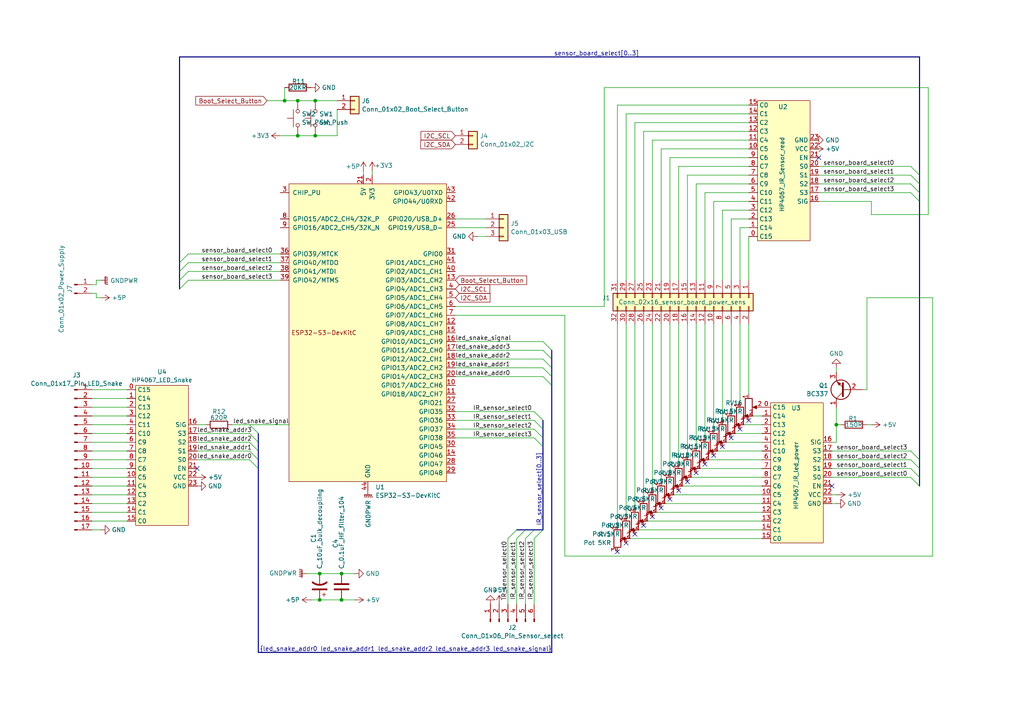
<source format=kicad_sch>
(kicad_sch (version 20231120) (generator "eeschema") (generator_version "8.0")
  (paper "A4")
  (lib_symbols
    (symbol "Connector:Conn_01x02_Pin" (pin_names (offset 1.016) hide)
      (property "Reference" "J" (at 0 2.54 0))
      (property "Value" "Conn_01x02_Pin" (at 0 -5.08 0))
      (symbol "Conn_01x02_Pin_1_1"
        (pin passive line (at 5.08 0 180) (length 3.81) (name "Pin_1") (number "1"))
        (pin passive line (at 5.08 -2.54 180) (length 3.81) (name "Pin_2") (number "2"))
      )
    )
    (symbol "Connector:Conn_01x06_Pin" (pin_names (offset 1.016) hide)
      (property "Reference" "J" (at 0 7.62 0))
      (property "Value" "Conn_01x06_Pin" (at 0 -10.16 0))
      (symbol "Conn_01x06_Pin_1_1"
        (pin passive line (at 5.08 5.08 180) (length 3.81) (name "Pin_1") (number "1"))
        (pin passive line (at 5.08 2.54 180) (length 3.81) (name "Pin_2") (number "2"))
        (pin passive line (at 5.08 0 180) (length 3.81) (name "Pin_3") (number "3"))
        (pin passive line (at 5.08 -2.54 180) (length 3.81) (name "Pin_4") (number "4"))
        (pin passive line (at 5.08 -5.08 180) (length 3.81) (name "Pin_5") (number "5"))
        (pin passive line (at 5.08 -7.62 180) (length 3.81) (name "Pin_6") (number "6"))
      )
    )
    (symbol "Connector:Conn_01x17_Pin" (pin_names (offset 1.016) hide)
      (property "Reference" "J" (at 0 22.86 0))
      (property "Value" "Conn_01x17_Pin" (at 0 -22.86 0))
      (symbol "Conn_01x17_Pin_1_1"
        (pin passive line (at 5.08 20.32 180) (length 3.81) (name "Pin_1") (number "1"))
        (pin passive line (at 5.08 -2.54 180) (length 3.81) (name "Pin_10") (number "10"))
        (pin passive line (at 5.08 -5.08 180) (length 3.81) (name "Pin_11") (number "11"))
        (pin passive line (at 5.08 -7.62 180) (length 3.81) (name "Pin_12") (number "12"))
        (pin passive line (at 5.08 -10.16 180) (length 3.81) (name "Pin_13") (number "13"))
        (pin passive line (at 5.08 -12.7 180) (length 3.81) (name "Pin_14") (number "14"))
        (pin passive line (at 5.08 -15.24 180) (length 3.81) (name "Pin_15") (number "15"))
        (pin passive line (at 5.08 -17.78 180) (length 3.81) (name "Pin_16") (number "16"))
        (pin passive line (at 5.08 -20.32 180) (length 3.81) (name "Pin_17") (number "17"))
        (pin passive line (at 5.08 17.78 180) (length 3.81) (name "Pin_2") (number "2"))
        (pin passive line (at 5.08 15.24 180) (length 3.81) (name "Pin_3") (number "3"))
        (pin passive line (at 5.08 12.7 180) (length 3.81) (name "Pin_4") (number "4"))
        (pin passive line (at 5.08 10.16 180) (length 3.81) (name "Pin_5") (number "5"))
        (pin passive line (at 5.08 7.62 180) (length 3.81) (name "Pin_6") (number "6"))
        (pin passive line (at 5.08 5.08 180) (length 3.81) (name "Pin_7") (number "7"))
        (pin passive line (at 5.08 2.54 180) (length 3.81) (name "Pin_8") (number "8"))
        (pin passive line (at 5.08 0 180) (length 3.81) (name "Pin_9") (number "9"))
      )
    )
    (symbol "Connector_Generic:Conn_01x02" (pin_names (offset 1.016) hide)
      (property "Reference" "J" (at 0 2.54 0))
      (property "Value" "Conn_01x02" (at 0 -5.08 0))
      (symbol "Conn_01x02_1_1"
        (pin passive line (at -5.08 0 0) (length 3.81) (name "Pin_1") (number "1"))
        (pin passive line (at -5.08 -2.54 0) (length 3.81) (name "Pin_2") (number "2"))
      )
    )
    (symbol "Connector_Generic:Conn_01x03" (pin_names (offset 1.016) hide)
      (property "Reference" "J" (at 0 5.08 0))
      (property "Value" "Conn_01x03" (at 0 -5.08 0))
      (symbol "Conn_01x03_1_1"
        (pin passive line (at -5.08 2.54 0) (length 3.81) (name "Pin_1") (number "1"))
        (pin passive line (at -5.08 0 0) (length 3.81) (name "Pin_2") (number "2"))
        (pin passive line (at -5.08 -2.54 0) (length 3.81) (name "Pin_3") (number "3"))
      )
    )
    (symbol "Connector_Generic:Conn_02x16_Odd_Even" (pin_names (offset 1.016) hide)
      (property "Reference" "J" (at 1.27 20.32 0))
      (property "Value" "Conn_02x16_Odd_Even" (at 1.27 -22.86 0))
      (symbol "Conn_02x16_Odd_Even_1_1"
        (pin passive line (at -5.08 17.78 0) (length 3.81) (name "Pin_1") (number "1"))
        (pin passive line (at 7.62 7.62 180) (length 3.81) (name "Pin_10") (number "10"))
        (pin passive line (at -5.08 5.08 0) (length 3.81) (name "Pin_11") (number "11"))
        (pin passive line (at 7.62 5.08 180) (length 3.81) (name "Pin_12") (number "12"))
        (pin passive line (at -5.08 2.54 0) (length 3.81) (name "Pin_13") (number "13"))
        (pin passive line (at 7.62 2.54 180) (length 3.81) (name "Pin_14") (number "14"))
        (pin passive line (at -5.08 0 0) (length 3.81) (name "Pin_15") (number "15"))
        (pin passive line (at 7.62 0 180) (length 3.81) (name "Pin_16") (number "16"))
        (pin passive line (at -5.08 -2.54 0) (length 3.81) (name "Pin_17") (number "17"))
        (pin passive line (at 7.62 -2.54 180) (length 3.81) (name "Pin_18") (number "18"))
        (pin passive line (at -5.08 -5.08 0) (length 3.81) (name "Pin_19") (number "19"))
        (pin passive line (at 7.62 17.78 180) (length 3.81) (name "Pin_2") (number "2"))
        (pin passive line (at 7.62 -5.08 180) (length 3.81) (name "Pin_20") (number "20"))
        (pin passive line (at -5.08 -7.62 0) (length 3.81) (name "Pin_21") (number "21"))
        (pin passive line (at 7.62 -7.62 180) (length 3.81) (name "Pin_22") (number "22"))
        (pin passive line (at -5.08 -10.16 0) (length 3.81) (name "Pin_23") (number "23"))
        (pin passive line (at 7.62 -10.16 180) (length 3.81) (name "Pin_24") (number "24"))
        (pin passive line (at -5.08 -12.7 0) (length 3.81) (name "Pin_25") (number "25"))
        (pin passive line (at 7.62 -12.7 180) (length 3.81) (name "Pin_26") (number "26"))
        (pin passive line (at -5.08 -15.24 0) (length 3.81) (name "Pin_27") (number "27"))
        (pin passive line (at 7.62 -15.24 180) (length 3.81) (name "Pin_28") (number "28"))
        (pin passive line (at -5.08 -17.78 0) (length 3.81) (name "Pin_29") (number "29"))
        (pin passive line (at -5.08 15.24 0) (length 3.81) (name "Pin_3") (number "3"))
        (pin passive line (at 7.62 -17.78 180) (length 3.81) (name "Pin_30") (number "30"))
        (pin passive line (at -5.08 -20.32 0) (length 3.81) (name "Pin_31") (number "31"))
        (pin passive line (at 7.62 -20.32 180) (length 3.81) (name "Pin_32") (number "32"))
        (pin passive line (at 7.62 15.24 180) (length 3.81) (name "Pin_4") (number "4"))
        (pin passive line (at -5.08 12.7 0) (length 3.81) (name "Pin_5") (number "5"))
        (pin passive line (at 7.62 12.7 180) (length 3.81) (name "Pin_6") (number "6"))
        (pin passive line (at -5.08 10.16 0) (length 3.81) (name "Pin_7") (number "7"))
        (pin passive line (at 7.62 10.16 180) (length 3.81) (name "Pin_8") (number "8"))
        (pin passive line (at -5.08 7.62 0) (length 3.81) (name "Pin_9") (number "9"))
      )
    )
    (symbol "Device:C" (pin_numbers hide) (pin_names (offset 0.254))
      (property "Reference" "C" (at 0.635 2.54 0))
      (property "Value" "C" (at 0.635 -2.54 0))
      (symbol "C_1_1"
        (pin passive line (at 0 3.81 270) (length 2.794) (name "~") (number "1"))
        (pin passive line (at 0 -3.81 90) (length 2.794) (name "~") (number "2"))
      )
    )
    (symbol "Device:C_Polarized_US" (pin_numbers hide) (pin_names (offset 0.254) hide)
      (property "Reference" "C" (at 0.635 2.54 0))
      (property "Value" "C_Polarized_US" (at 0.635 -2.54 0))
      (symbol "C_Polarized_US_1_1"
        (pin passive line (at 0 3.81 270) (length 2.794) (name "~") (number "1"))
        (pin passive line (at 0 -3.81 90) (length 3.302) (name "~") (number "2"))
      )
    )
    (symbol "Device:R" (pin_numbers hide) (pin_names (offset 0))
      (property "Reference" "R" (at 2.032 0 90))
      (property "Value" "R" (at 0 0 90))
      (symbol "R_1_1"
        (pin passive line (at 0 3.81 270) (length 1.27) (name "~") (number "1"))
        (pin passive line (at 0 -3.81 90) (length 1.27) (name "~") (number "2"))
      )
    )
    (symbol "Device:R_Potentiometer" (pin_names (offset 1.016) hide)
      (property "Reference" "RV" (at -4.445 0 90))
      (property "Value" "R_Potentiometer" (at -2.54 0 90))
      (symbol "R_Potentiometer_1_1"
        (pin passive line (at 0 3.81 270) (length 1.27) (name "1") (number "1"))
        (pin passive line (at 3.81 0 180) (length 1.27) (name "2") (number "2"))
        (pin passive line (at 0 -3.81 90) (length 1.27) (name "3") (number "3"))
      )
    )
    (symbol "PCM_Espressif:ESP32-S3-DevKitC" (pin_names (offset 1.016))
      (property "Reference" "U" (at -22.86 48.26 0))
      (property "Value" "ESP32-S3-DevKitC" (at -22.86 45.72 0))
      (symbol "ESP32-S3-DevKitC_0_0"
        (text "ESP32-S3-DevKitC" (at -12.7 0 0) (effects (font (size 1.27 1.27))))
        (pin bidirectional line (at 25.4 -35.56 180) (length 2.54) (name "GPIO46") (number "14"))
        (pin bidirectional line (at 25.4 -10.16 180) (length 2.54) (name "GPIO13/ADC2_CH2") (number "19"))
        (pin bidirectional line (at -25.4 15.24 0) (length 2.54) (name "GPIO42/MTMS") (number "39"))
        (pin bidirectional line (at 25.4 17.78 180) (length 2.54) (name "GPIO2/ADC1_CH1") (number "40"))
        (pin bidirectional line (at 25.4 20.32 180) (length 2.54) (name "GPIO1/ADC1_CH0") (number "41"))
        (pin bidirectional line (at 25.4 38.1 180) (length 2.54) (name "GPIO44/U0RXD") (number "42"))
        (pin bidirectional line (at 25.4 40.64 180) (length 2.54) (name "GPIO43/U0TXD") (number "43"))
        (pin power_in line (at 0 -45.72 90) (length 2.54) (name "GND") (number "44"))
      )
      (symbol "ESP32-S3-DevKitC_0_1"
        (pin power_in line (at 1.27 45.72 270) (length 2.54) (name "3V3") (number "2"))
      )
      (symbol "ESP32-S3-DevKitC_1_1"
        (pin passive line (at 1.27 45.72 270) (length 2.54) hide (name "3V3") (number "1"))
        (pin bidirectional line (at 25.4 -15.24 180) (length 2.54) (name "GPIO17/ADC2_CH6") (number "10"))
        (pin bidirectional line (at 25.4 -17.78 180) (length 2.54) (name "GPIO18/ADC2_CH7") (number "11"))
        (pin bidirectional line (at 25.4 2.54 180) (length 2.54) (name "GPIO8/ADC1_CH7") (number "12"))
        (pin bidirectional line (at 25.4 15.24 180) (length 2.54) (name "GPIO3/ADC1_CH2") (number "13"))
        (pin bidirectional line (at 25.4 0 180) (length 2.54) (name "GPIO9/ADC1_CH8") (number "15"))
        (pin bidirectional line (at 25.4 -2.54 180) (length 2.54) (name "GPIO10/ADC1_CH9") (number "16"))
        (pin bidirectional line (at 25.4 -5.08 180) (length 2.54) (name "GPIO11/ADC2_CH0") (number "17"))
        (pin bidirectional line (at 25.4 -7.62 180) (length 2.54) (name "GPIO12/ADC2_CH1") (number "18"))
        (pin bidirectional line (at 25.4 -12.7 180) (length 2.54) (name "GPIO14/ADC2_CH3") (number "20"))
        (pin power_in line (at -1.27 45.72 270) (length 2.54) (name "5V") (number "21"))
        (pin passive line (at 0 -45.72 90) (length 2.54) hide (name "GND") (number "22"))
        (pin passive line (at 0 -45.72 90) (length 2.54) hide (name "GND") (number "23"))
        (pin passive line (at 0 -45.72 90) (length 2.54) hide (name "GND") (number "24"))
        (pin bidirectional line (at 25.4 30.48 180) (length 2.54) (name "GPIO19/USB_D-") (number "25"))
        (pin bidirectional line (at 25.4 33.02 180) (length 2.54) (name "GPIO20/USB_D+") (number "26"))
        (pin bidirectional line (at 25.4 -20.32 180) (length 2.54) (name "GPIO21") (number "27"))
        (pin bidirectional line (at 25.4 -38.1 180) (length 2.54) (name "GPIO47") (number "28"))
        (pin bidirectional line (at 25.4 -40.64 180) (length 2.54) (name "GPIO48") (number "29"))
        (pin input line (at -25.4 40.64 0) (length 2.54) (name "CHIP_PU") (number "3"))
        (pin bidirectional line (at 25.4 -33.02 180) (length 2.54) (name "GPIO45") (number "30"))
        (pin bidirectional line (at 25.4 22.86 180) (length 2.54) (name "GPIO0") (number "31"))
        (pin bidirectional line (at 25.4 -22.86 180) (length 2.54) (name "GPIO35") (number "32"))
        (pin bidirectional line (at 25.4 -25.4 180) (length 2.54) (name "GPIO36") (number "33"))
        (pin bidirectional line (at 25.4 -27.94 180) (length 2.54) (name "GPIO37") (number "34"))
        (pin bidirectional line (at 25.4 -30.48 180) (length 2.54) (name "GPIO38") (number "35"))
        (pin bidirectional line (at -25.4 22.86 0) (length 2.54) (name "GPIO39/MTCK") (number "36"))
        (pin bidirectional line (at -25.4 20.32 0) (length 2.54) (name "GPIO40/MTDO") (number "37"))
        (pin bidirectional line (at -25.4 17.78 0) (length 2.54) (name "GPIO41/MTDI") (number "38"))
        (pin bidirectional line (at 25.4 12.7 180) (length 2.54) (name "GPIO4/ADC1_CH3") (number "4"))
        (pin bidirectional line (at 25.4 10.16 180) (length 2.54) (name "GPIO5/ADC1_CH4") (number "5"))
        (pin bidirectional line (at 25.4 7.62 180) (length 2.54) (name "GPIO6/ADC1_CH5") (number "6"))
        (pin bidirectional line (at 25.4 5.08 180) (length 2.54) (name "GPIO7/ADC1_CH6") (number "7"))
        (pin bidirectional line (at -25.4 33.02 0) (length 2.54) (name "GPIO15/ADC2_CH4/32K_P") (number "8"))
        (pin bidirectional line (at -25.4 30.48 0) (length 2.54) (name "GPIO16/ADC2_CH5/32K_N") (number "9"))
      )
    )
    (symbol "Switch:SW_Push" (pin_numbers hide) (pin_names (offset 1.016) hide)
      (property "Reference" "SW" (at 1.27 2.54 0))
      (property "Value" "SW_Push" (at 0 -1.524 0))
      (symbol "SW_Push_0_1"
        (pin passive line (at -5.08 0 0) (length 2.54) (name "1") (number "1"))
        (pin passive line (at 5.08 0 180) (length 2.54) (name "2") (number "2"))
      )
    )
    (symbol "Transistor_BJT:BC337" (pin_names (offset 0) hide)
      (property "Reference" "Q" (at 5.08 1.905 0))
      (property "Value" "BC337" (at 5.08 0 0))
      (symbol "BC337_1_1"
        (pin passive line (at 2.54 5.08 270) (length 2.54) (name "C") (number "1"))
        (pin input line (at -5.08 0 0) (length 5.08) (name "B") (number "2"))
        (pin passive line (at 2.54 -5.08 90) (length 2.54) (name "E") (number "3"))
      )
    )
    (symbol "power:+3V3" (power) (pin_numbers hide) (pin_names (offset 0) hide)
      (property "Value" "+3V3" (at 0 3.556 0))
      (symbol "+3V3_1_1"
        (pin power_in line (at 0 0 90) (length 0) (name "~") (number "1"))
      )
    )
    (symbol "power:+5P" (power) (pin_numbers hide) (pin_names (offset 0) hide)
      (property "Value" "+5P" (at 0 3.556 0))
      (symbol "+5P_1_1"
        (pin power_in line (at 0 0 90) (length 0) (name "~") (number "1"))
      )
    )
    (symbol "power:+5V" (power) (pin_numbers hide) (pin_names (offset 0) hide)
      (property "Value" "+5V" (at 0 3.556 0))
      (symbol "+5V_1_1"
        (pin power_in line (at 0 0 90) (length 0) (name "~") (number "1"))
      )
    )
    (symbol "power:GND" (power) (pin_numbers hide) (pin_names (offset 0) hide)
      (property "Value" "GND" (at 0 -3.81 0))
      (symbol "GND_1_1"
        (pin power_in line (at 0 0 270) (length 0) (name "~") (number "1"))
      )
    )
    (symbol "power:GNDPWR" (power) (pin_numbers hide) (pin_names (offset 0) hide)
      (property "Value" "GNDPWR" (at 0 -3.302 0))
      (symbol "GNDPWR_1_1"
        (pin power_in line (at 0 0 270) (length 0) (name "~") (number "1"))
      )
    )
    (symbol "sequencer_library:HP4067_16_ch_analog_mutiplexer_devboard"
      (property "Reference" "U" (at 0 2.54 0))
      (property "Value" "HP4067_16_ch_analog_mutiplexer_devboard" (at 10.16 -19.05 90))
      (symbol "HP4067_16_ch_analog_mutiplexer_devboard_1_0"
        (pin bidirectional line (at 0 0 0) (length 2.54) (name "C15") (number "0"))
        (pin bidirectional line (at 0 -2.54 0) (length 2.54) (name "C14") (number "1"))
        (pin bidirectional line (at 0 -25.4 0) (length 2.54) (name "C5") (number "10"))
        (pin bidirectional line (at 0 -27.94 0) (length 2.54) (name "C4") (number "11"))
        (pin bidirectional line (at 0 -30.48 0) (length 2.54) (name "C3") (number "12"))
        (pin bidirectional line (at 0 -33.02 0) (length 2.54) (name "C2") (number "13"))
        (pin bidirectional line (at 0 -35.56 0) (length 2.54) (name "C1") (number "14"))
        (pin bidirectional line (at 0 -38.1 0) (length 2.54) (name "C0") (number "15"))
        (pin bidirectional line (at 20.32 -10.16 180) (length 2.54) (name "SIG") (number "16"))
        (pin input line (at 20.32 -12.7 180) (length 2.54) (name "S3") (number "17"))
        (pin input line (at 20.32 -15.24 180) (length 2.54) (name "S2") (number "18"))
        (pin input line (at 20.32 -17.78 180) (length 2.54) (name "S1") (number "19"))
        (pin bidirectional line (at 0 -5.08 0) (length 2.54) (name "C13") (number "2"))
        (pin input line (at 20.32 -20.32 180) (length 2.54) (name "S0") (number "20"))
        (pin input line (at 20.32 -22.86 180) (length 2.54) (name "EN") (number "21"))
        (pin power_in line (at 20.32 -25.4 180) (length 2.54) (name "VCC") (number "22"))
        (pin passive line (at 20.32 -27.94 180) (length 2.54) (name "GND") (number "23"))
        (pin bidirectional line (at 0 -7.62 0) (length 2.54) (name "C12") (number "3"))
        (pin bidirectional line (at 0 -10.16 0) (length 2.54) (name "C11") (number "4"))
        (pin bidirectional line (at 0 -12.7 0) (length 2.54) (name "C10") (number "5"))
        (pin bidirectional line (at 0 -15.24 0) (length 2.54) (name "C9") (number "6"))
        (pin bidirectional line (at 0 -17.78 0) (length 2.54) (name "C8") (number "7"))
        (pin bidirectional line (at 0 -20.32 0) (length 2.54) (name "C7") (number "8"))
        (pin bidirectional line (at 0 -22.86 0) (length 2.54) (name "C6") (number "9"))
      )
    )
  )
  (junction (at 242.57 123.19))
  (junction (at 91.44 29.21))
  (junction (at 92.71 173.99))
  (junction (at 82.55 29.21))
  (junction (at 86.36 39.37))
  (junction (at 91.44 39.37))
  (junction (at 99.06 173.99))
  (junction (at 99.06 166.37))
  (junction (at 86.36 29.21))
  (junction (at 92.71 166.37))
  (no_connect (at 189.23 149.86))
  (no_connect (at 57.15 135.89))
  (no_connect (at 241.3 140.97))
  (no_connect (at 179.07 160.02))
  (no_connect (at 191.77 147.32))
  (no_connect (at 237.49 45.72))
  (no_connect (at 181.61 157.48))
  (no_connect (at 209.55 129.54))
  (no_connect (at 196.85 142.24))
  (no_connect (at 204.47 134.62))
  (no_connect (at 217.17 121.92))
  (no_connect (at 184.15 154.94))
  (no_connect (at 194.31 144.78))
  (no_connect (at 207.01 132.08))
  (no_connect (at 214.63 124.46))
  (no_connect (at 201.93 137.16))
  (no_connect (at 186.69 152.4))
  (no_connect (at 212.09 127))
  (no_connect (at 199.39 139.7))
  (bus_entry (at 157.48 121.92) (size -2.54 -2.54))
  (bus_entry (at 266.7 58.42) (size -2.54 -2.54))
  (bus_entry (at 157.48 129.54) (size -2.54 -2.54))
  (bus_entry (at 266.7 53.34) (size -2.54 -2.54))
  (bus_entry (at 266.7 138.43) (size -2.54 -2.54))
  (bus_entry (at 266.7 135.89) (size -2.54 -2.54))
  (bus_entry (at 266.7 50.8) (size -2.54 -2.54))
  (bus_entry (at 266.7 55.88) (size -2.54 -2.54))
  (bus_entry (at 266.7 140.97) (size -2.54 -2.54))
  (bus_entry (at 52.07 83.82) (size 2.54 -2.54))
  (bus_entry (at 160.02 106.68) (size -2.54 -2.54))
  (bus_entry (at 52.07 76.2) (size 2.54 -2.54))
  (bus_entry (at 157.48 124.46) (size -2.54 -2.54))
  (bus_entry (at 149.86 153.67) (size -2.54 2.54))
  (bus_entry (at 157.48 153.67) (size -2.54 2.54))
  (bus_entry (at 74.93 130.81) (size -2.54 -2.54))
  (bus_entry (at 160.02 101.6) (size -2.54 -2.54))
  (bus_entry (at 157.48 127) (size -2.54 -2.54))
  (bus_entry (at 160.02 111.76) (size -2.54 -2.54))
  (bus_entry (at 160.02 109.22) (size -2.54 -2.54))
  (bus_entry (at 52.07 78.74) (size 2.54 -2.54))
  (bus_entry (at 74.93 135.89) (size -2.54 -2.54))
  (bus_entry (at 52.07 81.28) (size 2.54 -2.54))
  (bus_entry (at 154.94 153.67) (size -2.54 2.54))
  (bus_entry (at 74.93 133.35) (size -2.54 -2.54))
  (bus_entry (at 74.93 125.73) (size -2.54 -2.54))
  (bus_entry (at 160.02 104.14) (size -2.54 -2.54))
  (bus_entry (at 266.7 133.35) (size -2.54 -2.54))
  (bus_entry (at 152.4 153.67) (size -2.54 2.54))
  (bus_entry (at 74.93 128.27) (size -2.54 -2.54))
  (wire (pts (xy 27.94 86.36) (xy 29.21 86.36)))
  (wire (pts (xy 201.93 93.98) (xy 201.93 129.54)))
  (wire (pts (xy 132.08 63.5) (xy 140.97 63.5)))
  (wire (pts (xy 252.73 62.23) (xy 252.73 58.42)))
  (wire (pts (xy 179.07 30.48) (xy 179.07 81.28)))
  (wire (pts (xy 26.67 135.89) (xy 36.83 135.89)))
  (wire (pts (xy 209.55 60.96) (xy 217.17 60.96)))
  (wire (pts (xy 210.82 128.27) (xy 220.98 128.27)))
  (bus (pts (xy 157.48 127) (xy 157.48 124.46)))
  (wire (pts (xy 99.06 173.99) (xy 102.87 173.99)))
  (bus (pts (xy 266.7 16.51) (xy 266.7 50.8)))
  (wire (pts (xy 132.08 104.14) (xy 157.48 104.14)))
  (wire (pts (xy 269.24 62.23) (xy 252.73 62.23)))
  (wire (pts (xy 200.66 138.43) (xy 220.98 138.43)))
  (wire (pts (xy 179.07 93.98) (xy 179.07 152.4)))
  (wire (pts (xy 207.01 58.42) (xy 217.17 58.42)))
  (bus (pts (xy 52.07 81.28) (xy 52.07 78.74)))
  (wire (pts (xy 236.22 43.18) (xy 237.49 43.18)))
  (wire (pts (xy 204.47 93.98) (xy 204.47 127)))
  (wire (pts (xy 26.67 125.73) (xy 36.83 125.73)))
  (bus (pts (xy 152.4 153.67) (xy 154.94 153.67)))
  (wire (pts (xy 217.17 48.26) (xy 196.85 48.26)))
  (bus (pts (xy 157.48 129.54) (xy 157.48 127)))
  (wire (pts (xy 86.36 39.37) (xy 91.44 39.37)))
  (wire (pts (xy 190.5 148.59) (xy 220.98 148.59)))
  (wire (pts (xy 220.98 156.21) (xy 182.88 156.21)))
  (wire (pts (xy 57.15 125.73) (xy 72.39 125.73)))
  (wire (pts (xy 91.44 29.21) (xy 97.79 29.21)))
  (bus (pts (xy 266.7 55.88) (xy 266.7 58.42)))
  (wire (pts (xy 26.67 115.57) (xy 36.83 115.57)))
  (wire (pts (xy 269.24 25.4) (xy 269.24 62.23)))
  (wire (pts (xy 163.83 91.44) (xy 163.83 161.29)))
  (wire (pts (xy 184.15 35.56) (xy 184.15 81.28)))
  (wire (pts (xy 194.31 45.72) (xy 194.31 81.28)))
  (wire (pts (xy 191.77 43.18) (xy 191.77 81.28)))
  (wire (pts (xy 195.58 143.51) (xy 220.98 143.51)))
  (bus (pts (xy 160.02 111.76) (xy 160.02 109.22)))
  (bus (pts (xy 52.07 83.82) (xy 52.07 81.28)))
  (wire (pts (xy 26.67 140.97) (xy 36.83 140.97)))
  (wire (pts (xy 90.17 173.99) (xy 92.71 173.99)))
  (wire (pts (xy 241.3 146.05) (xy 242.57 146.05)))
  (wire (pts (xy 241.3 135.89) (xy 264.16 135.89)))
  (wire (pts (xy 251.46 123.19) (xy 252.73 123.19)))
  (wire (pts (xy 132.08 88.9) (xy 175.26 88.9)))
  (wire (pts (xy 217.17 114.3) (xy 217.17 93.98)))
  (wire (pts (xy 214.63 66.04) (xy 214.63 81.28)))
  (wire (pts (xy 217.17 30.48) (xy 179.07 30.48)))
  (bus (pts (xy 266.7 138.43) (xy 266.7 140.97)))
  (bus (pts (xy 157.48 129.54) (xy 157.48 153.67)))
  (wire (pts (xy 26.67 133.35) (xy 36.83 133.35)))
  (wire (pts (xy 105.41 49.53) (xy 105.41 50.8)))
  (wire (pts (xy 82.55 29.21) (xy 86.36 29.21)))
  (wire (pts (xy 26.67 130.81) (xy 36.83 130.81)))
  (wire (pts (xy 92.71 166.37) (xy 99.06 166.37)))
  (wire (pts (xy 199.39 93.98) (xy 199.39 132.08)))
  (wire (pts (xy 201.93 53.34) (xy 201.93 81.28)))
  (wire (pts (xy 57.15 133.35) (xy 72.39 133.35)))
  (wire (pts (xy 185.42 153.67) (xy 220.98 153.67)))
  (wire (pts (xy 217.17 45.72) (xy 194.31 45.72)))
  (wire (pts (xy 203.2 135.89) (xy 220.98 135.89)))
  (wire (pts (xy 217.17 68.58) (xy 217.17 81.28)))
  (wire (pts (xy 181.61 33.02) (xy 181.61 81.28)))
  (wire (pts (xy 175.26 88.9) (xy 175.26 25.4)))
  (wire (pts (xy 241.3 130.81) (xy 264.16 130.81)))
  (wire (pts (xy 54.61 81.28) (xy 81.28 81.28)))
  (bus (pts (xy 160.02 111.76) (xy 160.02 189.23)))
  (wire (pts (xy 217.17 33.02) (xy 181.61 33.02)))
  (bus (pts (xy 160.02 104.14) (xy 160.02 101.6)))
  (wire (pts (xy 207.01 58.42) (xy 207.01 81.28)))
  (wire (pts (xy 97.79 31.75) (xy 97.79 39.37)))
  (wire (pts (xy 194.31 93.98) (xy 194.31 137.16)))
  (wire (pts (xy 209.55 93.98) (xy 209.55 121.92)))
  (wire (pts (xy 270.51 86.36) (xy 251.46 86.36)))
  (wire (pts (xy 187.96 151.13) (xy 220.98 151.13)))
  (wire (pts (xy 217.17 50.8) (xy 199.39 50.8)))
  (wire (pts (xy 270.51 86.36) (xy 270.51 161.29)))
  (wire (pts (xy 201.93 53.34) (xy 217.17 53.34)))
  (bus (pts (xy 157.48 121.92) (xy 157.48 124.46)))
  (wire (pts (xy 83.82 123.19) (xy 72.39 123.19)))
  (wire (pts (xy 92.71 173.99) (xy 99.06 173.99)))
  (bus (pts (xy 52.07 16.51) (xy 266.7 16.51)))
  (wire (pts (xy 27.94 85.09) (xy 26.67 85.09)))
  (wire (pts (xy 152.4 156.21) (xy 152.4 175.26)))
  (wire (pts (xy 189.23 40.64) (xy 189.23 81.28)))
  (wire (pts (xy 132.08 121.92) (xy 154.94 121.92)))
  (wire (pts (xy 243.84 123.19) (xy 242.57 123.19)))
  (wire (pts (xy 204.47 55.88) (xy 217.17 55.88)))
  (bus (pts (xy 74.93 125.73) (xy 74.93 128.27)))
  (bus (pts (xy 160.02 106.68) (xy 160.02 104.14)))
  (bus (pts (xy 266.7 133.35) (xy 266.7 135.89)))
  (wire (pts (xy 217.17 63.5) (xy 212.09 63.5)))
  (wire (pts (xy 242.57 123.19) (xy 242.57 128.27)))
  (wire (pts (xy 132.08 124.46) (xy 154.94 124.46)))
  (wire (pts (xy 26.67 151.13) (xy 36.83 151.13)))
  (wire (pts (xy 26.67 143.51) (xy 36.83 143.51)))
  (wire (pts (xy 242.57 118.11) (xy 242.57 123.19)))
  (wire (pts (xy 26.67 128.27) (xy 36.83 128.27)))
  (bus (pts (xy 52.07 76.2) (xy 52.07 16.51)))
  (wire (pts (xy 132.08 66.04) (xy 140.97 66.04)))
  (wire (pts (xy 154.94 156.21) (xy 154.94 175.26)))
  (wire (pts (xy 57.15 128.27) (xy 72.39 128.27)))
  (wire (pts (xy 237.49 50.8) (xy 264.16 50.8)))
  (wire (pts (xy 252.73 58.42) (xy 237.49 58.42)))
  (wire (pts (xy 26.67 120.65) (xy 36.83 120.65)))
  (bus (pts (xy 74.93 135.89) (xy 74.93 189.23)))
  (bus (pts (xy 266.7 50.8) (xy 266.7 53.34)))
  (wire (pts (xy 204.47 55.88) (xy 204.47 81.28)))
  (wire (pts (xy 132.08 127) (xy 154.94 127)))
  (wire (pts (xy 27.94 81.28) (xy 27.94 82.55)))
  (wire (pts (xy 132.08 106.68) (xy 157.48 106.68)))
  (wire (pts (xy 213.36 125.73) (xy 220.98 125.73)))
  (wire (pts (xy 54.61 78.74) (xy 81.28 78.74)))
  (wire (pts (xy 132.08 91.44) (xy 163.83 91.44)))
  (bus (pts (xy 74.93 128.27) (xy 74.93 130.81)))
  (wire (pts (xy 88.9 166.37) (xy 92.71 166.37)))
  (wire (pts (xy 237.49 55.88) (xy 264.16 55.88)))
  (wire (pts (xy 189.23 93.98) (xy 189.23 142.24)))
  (wire (pts (xy 82.55 25.4) (xy 82.55 29.21)))
  (wire (pts (xy 54.61 76.2) (xy 81.28 76.2)))
  (wire (pts (xy 242.57 128.27) (xy 241.3 128.27)))
  (wire (pts (xy 199.39 50.8) (xy 199.39 81.28)))
  (bus (pts (xy 266.7 53.34) (xy 266.7 55.88)))
  (wire (pts (xy 198.12 140.97) (xy 220.98 140.97)))
  (wire (pts (xy 149.86 156.21) (xy 149.86 175.26)))
  (wire (pts (xy 218.44 120.65) (xy 220.98 120.65)))
  (wire (pts (xy 175.26 25.4) (xy 269.24 25.4)))
  (wire (pts (xy 217.17 38.1) (xy 186.69 38.1)))
  (wire (pts (xy 147.32 156.21) (xy 147.32 175.26)))
  (wire (pts (xy 77.47 29.21) (xy 82.55 29.21)))
  (wire (pts (xy 57.15 123.19) (xy 59.69 123.19)))
  (bus (pts (xy 160.02 106.68) (xy 160.02 109.22)))
  (wire (pts (xy 217.17 35.56) (xy 184.15 35.56)))
  (bus (pts (xy 266.7 135.89) (xy 266.7 138.43)))
  (wire (pts (xy 107.95 49.53) (xy 107.95 50.8)))
  (wire (pts (xy 196.85 93.98) (xy 196.85 134.62)))
  (wire (pts (xy 26.67 148.59) (xy 36.83 148.59)))
  (wire (pts (xy 138.43 68.58) (xy 140.97 68.58)))
  (bus (pts (xy 74.93 133.35) (xy 74.93 135.89)))
  (bus (pts (xy 154.94 153.67) (xy 157.48 153.67)))
  (bus (pts (xy 52.07 78.74) (xy 52.07 76.2)))
  (wire (pts (xy 215.9 123.19) (xy 220.98 123.19)))
  (wire (pts (xy 208.28 130.81) (xy 220.98 130.81)))
  (wire (pts (xy 191.77 93.98) (xy 191.77 139.7)))
  (wire (pts (xy 217.17 66.04) (xy 214.63 66.04)))
  (wire (pts (xy 186.69 93.98) (xy 186.69 144.78)))
  (wire (pts (xy 242.57 106.68) (xy 242.57 107.95)))
  (wire (pts (xy 26.67 123.19) (xy 36.83 123.19)))
  (wire (pts (xy 132.08 109.22) (xy 157.48 109.22)))
  (wire (pts (xy 212.09 63.5) (xy 212.09 81.28)))
  (wire (pts (xy 26.67 153.67) (xy 29.21 153.67)))
  (wire (pts (xy 99.06 166.37) (xy 102.87 166.37)))
  (wire (pts (xy 67.31 123.19) (xy 72.39 123.19)))
  (wire (pts (xy 132.08 101.6) (xy 157.48 101.6)))
  (bus (pts (xy 74.93 189.23) (xy 160.02 189.23)))
  (wire (pts (xy 86.36 39.37) (xy 81.28 39.37)))
  (wire (pts (xy 217.17 43.18) (xy 191.77 43.18)))
  (wire (pts (xy 251.46 113.03) (xy 250.19 113.03)))
  (wire (pts (xy 91.44 39.37) (xy 97.79 39.37)))
  (wire (pts (xy 163.83 161.29) (xy 270.51 161.29)))
  (wire (pts (xy 196.85 48.26) (xy 196.85 81.28)))
  (wire (pts (xy 132.08 99.06) (xy 157.48 99.06)))
  (wire (pts (xy 217.17 40.64) (xy 189.23 40.64)))
  (wire (pts (xy 54.61 73.66) (xy 81.28 73.66)))
  (wire (pts (xy 27.94 81.28) (xy 29.21 81.28)))
  (wire (pts (xy 181.61 93.98) (xy 181.61 149.86)))
  (wire (pts (xy 205.74 133.35) (xy 220.98 133.35)))
  (wire (pts (xy 26.67 138.43) (xy 36.83 138.43)))
  (bus (pts (xy 266.7 58.42) (xy 266.7 133.35)))
  (wire (pts (xy 241.3 133.35) (xy 264.16 133.35)))
  (wire (pts (xy 212.09 93.98) (xy 212.09 119.38)))
  (wire (pts (xy 27.94 82.55) (xy 26.67 82.55)))
  (wire (pts (xy 242.57 143.51) (xy 241.3 143.51)))
  (wire (pts (xy 27.94 86.36) (xy 27.94 85.09)))
  (wire (pts (xy 57.15 130.81) (xy 72.39 130.81)))
  (bus (pts (xy 74.93 130.81) (xy 74.93 133.35)))
  (wire (pts (xy 26.67 113.03) (xy 36.83 113.03)))
  (wire (pts (xy 26.67 146.05) (xy 36.83 146.05)))
  (wire (pts (xy 186.69 38.1) (xy 186.69 81.28)))
  (wire (pts (xy 26.67 118.11) (xy 36.83 118.11)))
  (wire (pts (xy 214.63 93.98) (xy 214.63 116.84)))
  (wire (pts (xy 237.49 53.34) (xy 264.16 53.34)))
  (wire (pts (xy 241.3 138.43) (xy 264.16 138.43)))
  (wire (pts (xy 193.04 146.05) (xy 220.98 146.05)))
  (wire (pts (xy 237.49 48.26) (xy 264.16 48.26)))
  (wire (pts (xy 251.46 86.36) (xy 251.46 113.03)))
  (wire (pts (xy 86.36 29.21) (xy 91.44 29.21)))
  (wire (pts (xy 207.01 93.98) (xy 207.01 124.46)))
  (wire (pts (xy 132.08 119.38) (xy 154.94 119.38)))
  (wire (pts (xy 184.15 93.98) (xy 184.15 147.32)))
  (wire (pts (xy 209.55 60.96) (xy 209.55 81.28)))
  (wire (pts (xy 236.22 40.64) (xy 237.49 40.64)))
  (bus (pts (xy 149.86 153.67) (xy 152.4 153.67)))
  (label "IR_sensor_select2" (at 137.16 124.46 0))
  (label "IR_sensor_select3" (at 154.94 173.99 90))
  (label "IR_sensor_select0" (at 137.16 119.38 0))
  (label "led_snake_addr0" (at 132.08 109.22 0))
  (label "sensor_board_select2" (at 242.57 133.35 0))
  (label "sensor_board_select0" (at 242.57 138.43 0))
  (label "IR_sensor_select1" (at 137.16 121.92 0))
  (label "IR_sensor_select[0..3]" (at 157.48 152.4 90))
  (label "led_snake_addr2" (at 132.08 104.14 0))
  (label "sensor_board_select3" (at 242.57 130.81 0))
  (label "IR_sensor_select2" (at 152.4 173.99 90))
  (label "led_snake_signal" (at 132.08 99.06 0))
  (label "sensor_board_select3" (at 238.76 55.88 0))
  (label "led_snake_addr0" (at 57.15 133.35 0))
  (label "{led_snake_addr0 led_snake_addr1 led_snake_addr2 led_snake_addr3 led_snake_signal}" (at 160.02 189.23 180))
  (label "IR_sensor_select0" (at 147.32 173.99 90))
  (label "sensor_board_select[0..3]" (at 185.42 16.51 180))
  (label "sensor_board_select2" (at 58.42 78.74 0))
  (label "sensor_board_select1" (at 238.76 50.8 0))
  (label "led_snake_addr3" (at 132.08 101.6 0))
  (label "IR_sensor_select3" (at 137.16 127 0))
  (label "sensor_board_select3" (at 58.42 81.28 0))
  (label "led_snake_addr2" (at 57.15 128.27 0))
  (label "sensor_board_select0" (at 238.76 48.26 0))
  (label "led_snake_addr1" (at 132.08 106.68 0))
  (label "led_snake_addr1" (at 57.15 130.81 0))
  (label "sensor_board_select2" (at 238.76 53.34 0))
  (label "IR_sensor_select1" (at 149.86 173.99 90))
  (label "sensor_board_select1" (at 58.42 76.2 0))
  (label "led_snake_signal" (at 83.82 123.19 180))
  (label "sensor_board_select1" (at 242.57 135.89 0))
  (label "led_snake_addr3" (at 57.15 125.73 0))
  (label "sensor_board_select0" (at 58.42 73.66 0))
  (global_label "I2C_SDA" (shape input) (at 132.08 86.36 0) (property "Intersheetrefs" "${INTERSHEET_REFS}" (effects (hide yes))))
  (global_label "I2C_SCL" (shape input) (at 132.08 39.37 180) (property "Intersheetrefs" "${INTERSHEET_REFS}" (effects (hide yes))))
  (global_label "I2C_SDA" (shape input) (at 132.08 41.91 180) (property "Intersheetrefs" "${INTERSHEET_REFS}" (effects (hide yes))))
  (global_label "I2C_SCL" (shape input) (at 132.08 83.82 0) (property "Intersheetrefs" "${INTERSHEET_REFS}" (effects (hide yes))))
  (global_label "Boot_Select_Button" (shape input) (at 132.08 81.28 0) (property "Intersheetrefs" "${INTERSHEET_REFS}" (effects (hide yes))))
  (global_label "Boot_Select_Button" (shape input) (at 77.47 29.21 180) (property "Intersheetrefs" "${INTERSHEET_REFS}" (effects (hide yes))))
  (symbol (lib_id "power:+3V3") (at 81.28 39.37 90) (unit 1)
    (property "Reference" "#PWR020" (effects (hide yes)))
    (property "Value" "+3V3" (at 78.105 39.37 90) (effects (justify left)))
    (property "Description" "Power symbol creates a global label with name \"+3V3\"" (effects (hide yes)))
  )
  (symbol (lib_id "power:+5P") (at 29.21 86.36 270) (unit 1)
    (property "Reference" "#PWR034" (effects (hide yes)))
    (property "Value" "+5P" (at 32.385 86.36 90) (effects (justify left)))
    (property "Description" "Power symbol creates a global label with name \"+5P\"" (effects (hide yes)))
  )
  (symbol (lib_id "Device:R_Potentiometer") (at 209.55 125.73 0) (unit 1)
    (property "Reference" "RV13" (at 207.772 124.5178 0) (effects (justify right)))
    (property "Value" "Pot 5KR" (at 207.772 126.9421 0) (effects (justify right)))
    (property "Footprint" "sequencer:Potentiometer_Piher_PT-6-H_Horizontal_Large_Pads" (effects (hide yes)))
    (property "Description" "Potentiometer" (effects (hide yes)))
  )
  (symbol (lib_id "Connector_Generic:Conn_01x02") (at 102.87 29.21 0) (unit 1)
    (property "Reference" "J6" (at 104.902 29.2678 0) (effects (justify left)))
    (property "Value" "Conn_01x02_Boot_Select_Button" (at 104.902 31.6921 0) (effects (justify left)))
    (property "Footprint" "Connector_Phoenix_MSTB:PhoenixContact_MSTBVA_2,5_2-G-5,08_1x02_P5.08mm_Vertical" (effects (hide yes)))
    (property "Description" "Generic connector, single row, 01x02, script generated (kicad-library-utils/schlib/autogen/connector/)" (effects (hide yes)))
  )
  (symbol (lib_id "Connector_Generic:Conn_02x16_Odd_Even") (at 199.39 86.36 270) (unit 1)
    (property "Reference" "J1" (at 177.038 86.4178 90) (effects (justify right)))
    (property "Value" "Conn_02x16_sensor_board_power_sens" (at 216.408 87.63 90) (effects (justify right)))
    (property "Footprint" "Connector_PinHeader_2.54mm:PinHeader_2x16_P2.54mm_Vertical" (effects (hide yes)))
    (property "Description" "Generic connector, double row, 02x16, odd/even pin numbering scheme (row 1 odd numbers, row 2 even numbers), script generated (kicad-library-utils/schlib/autogen/connector/)" (effects (hide yes)))
  )
  (symbol (lib_id "Device:R_Potentiometer") (at 207.01 128.27 0) (unit 1)
    (property "Reference" "RV12" (at 205.232 127.0578 0) (effects (justify right)))
    (property "Value" "Pot 5KR" (at 205.232 129.4821 0) (effects (justify right)))
    (property "Footprint" "sequencer:Potentiometer_Piher_PT-6-H_Horizontal_Large_Pads" (effects (hide yes)))
    (property "Description" "Potentiometer" (effects (hide yes)))
  )
  (symbol (lib_id "Device:R_Potentiometer") (at 184.15 151.13 0) (unit 1)
    (property "Reference" "RV3" (at 182.372 149.9178 0) (effects (justify right)))
    (property "Value" "Pot 5KR" (at 182.372 152.3421 0) (effects (justify right)))
    (property "Footprint" "sequencer:Potentiometer_Piher_PT-6-H_Horizontal_Large_Pads" (effects (hide yes)))
    (property "Description" "Potentiometer" (effects (hide yes)))
  )
  (symbol (lib_id "Connector:Conn_01x17_Pin") (at 21.59 133.35 0) (unit 1)
    (property "Reference" "J3" (at 22.225 108.8093 0))
    (property "Value" "Conn_01x17_Pin_LED_Snake" (at 22.225 111.2336 0))
    (property "Footprint" "Connector_PinHeader_2.54mm:PinHeader_1x17_P2.54mm_Vertical" (effects (hide yes)))
    (property "Description" "Generic connector, single row, 01x17, script generated" (effects (hide yes)))
  )
  (symbol (lib_id "Device:C") (at 99.06 170.18 0) (unit 1)
    (property "Reference" "C4" (at 97.282 159.004 90) (effects (justify left)))
    (property "Value" "C_0.1uF_HF_filter_104" (at 99.06 165.1 90) (effects (justify left)))
    (property "Footprint" "Capacitor_THT:C_Disc_D5.0mm_W2.5mm_P5.00mm" (effects (hide yes)))
    (property "Description" "Unpolarized capacitor" (effects (hide yes)))
  )
  (symbol (lib_id "sequencer_library:HP4067_16_ch_analog_mutiplexer_devboard") (at 217.17 68.58 0) (mirror x) (unit 1)
    (property "Reference" "U2" (at 227.076 30.988 0))
    (property "Value" "HP4067_IR_Sensor_read" (at 226.822 50.546 90) (effects (font (size 1.2 1.2))))
    (property "Footprint" "sequencer:HP4067_16_ch_analog_mutiplexer_devboard" (effects (hide yes)))
  )
  (symbol (lib_id "Device:R_Potentiometer") (at 199.39 135.89 0) (unit 1)
    (property "Reference" "RV9" (at 197.612 134.6778 0) (effects (justify right)))
    (property "Value" "Pot 5KR" (at 197.612 137.1021 0) (effects (justify right)))
    (property "Footprint" "sequencer:Potentiometer_Piher_PT-6-H_Horizontal_Large_Pads" (effects (hide yes)))
    (property "Description" "Potentiometer" (effects (hide yes)))
  )
  (symbol (lib_id "Connector:Conn_01x06_Pin") (at 147.32 180.34 90) (unit 1)
    (property "Reference" "J2" (at 148.59 182.0093 90))
    (property "Value" "Conn_01x06_Pin_Sensor_select" (at 148.59 184.4336 90))
    (property "Footprint" "Connector_Phoenix_MSTB:PhoenixContact_MSTBVA_2,5_6-G-5,08_1x06_P5.08mm_Vertical" (effects (hide yes)))
    (property "Description" "Generic connector, single row, 01x06, script generated" (effects (hide yes)))
  )
  (symbol (lib_id "sequencer_library:HP4067_16_ch_analog_mutiplexer_devboard") (at 220.98 118.11 0) (unit 1)
    (property "Reference" "U3" (at 230.886 118.364 0))
    (property "Value" "HP4067_IR_led_power" (at 230.886 137.922 90) (effects (font (size 1.2 1.2))))
    (property "Footprint" "sequencer:HP4067_16_ch_analog_mutiplexer_devboard" (effects (hide yes)))
  )
  (symbol (lib_id "power:+5P") (at 105.41 49.53 0) (unit 1)
    (property "Reference" "#PWR05" (effects (hide yes)))
    (property "Value" "+5P" (at 102.362 48.26 0))
    (property "Description" "Power symbol creates a global label with name \"+5P\"" (effects (hide yes)))
  )
  (symbol (lib_id "power:GND") (at 142.24 175.26 180) (unit 1)
    (property "Reference" "#PWR09" (effects (hide yes)))
    (property "Value" "GND" (at 142.24 171.1269 0))
    (property "Description" "Power symbol creates a global label with name \"GND\" , ground" (effects (hide yes)))
  )
  (symbol (lib_id "power:GNDPWR") (at 29.21 81.28 90) (unit 1)
    (property "Reference" "#PWR033" (effects (hide yes)))
    (property "Value" "GNDPWR" (at 31.9786 81.407 90) (effects (justify right)))
    (property "Description" "Power symbol creates a global label with name \"GNDPWR\" , global ground" (effects (hide yes)))
  )
  (symbol (lib_id "power:GNDPWR") (at 106.68 142.24 0) (mirror y) (unit 1)
    (property "Reference" "#PWR08" (effects (hide yes)))
    (property "Value" "GNDPWR" (at 106.807 145.0085 90) (effects (justify right)))
    (property "Description" "Power symbol creates a global label with name \"GNDPWR\" , global ground" (effects (hide yes)))
  )
  (symbol (lib_id "power:+5V") (at 102.87 173.99 270) (unit 1)
    (property "Reference" "#PWR022" (effects (hide yes)))
    (property "Value" "+5V" (at 106.045 173.99 90) (effects (justify left)))
    (property "Description" "Power symbol creates a global label with name \"+5V\"" (effects (hide yes)))
  )
  (symbol (lib_id "Device:R_Potentiometer") (at 194.31 140.97 0) (unit 1)
    (property "Reference" "RV7" (at 192.532 139.7578 0) (effects (justify right)))
    (property "Value" "Pot 5KR" (at 192.532 142.1821 0) (effects (justify right)))
    (property "Footprint" "sequencer:Potentiometer_Piher_PT-6-H_Horizontal_Large_Pads" (effects (hide yes)))
    (property "Description" "Potentiometer" (effects (hide yes)))
  )
  (symbol (lib_id "power:GND") (at 138.43 68.58 270) (unit 1)
    (property "Reference" "#PWR019" (effects (hide yes)))
    (property "Value" "GND" (at 135.2551 68.58 90) (effects (justify right)))
    (property "Description" "Power symbol creates a global label with name \"GND\" , ground" (effects (hide yes)))
  )
  (symbol (lib_id "power:GND") (at 29.21 153.67 90) (unit 1)
    (property "Reference" "#PWR042" (effects (hide yes)))
    (property "Value" "GND" (at 32.385 153.67 90) (effects (justify right)))
    (property "Description" "Power symbol creates a global label with name \"GND\" , ground" (effects (hide yes)))
  )
  (symbol (lib_id "Device:C_Polarized_US") (at 92.71 170.18 180) (unit 1)
    (property "Reference" "C1" (at 90.932 157.48 90) (effects (justify right)))
    (property "Value" "C_10uF_bulk_decoupling" (at 92.71 165.1 90) (effects (justify right)))
    (property "Footprint" "Capacitor_THT:CP_Radial_D8.0mm_P5.00mm" (effects (hide yes)))
    (property "Description" "Polarized capacitor, US symbol" (effects (hide yes)))
  )
  (symbol (lib_id "power:+5V") (at 242.57 143.51 270) (unit 1)
    (property "Reference" "#PWR04" (effects (hide yes)))
    (property "Value" "+5V" (at 245.745 143.51 90) (effects (justify left)))
    (property "Description" "Power symbol creates a global label with name \"+5V\"" (effects (hide yes)))
  )
  (symbol (lib_id "power:GND") (at 242.57 106.68 180) (unit 1)
    (property "Reference" "#PWR01" (effects (hide yes)))
    (property "Value" "GND" (at 242.57 102.5469 0))
    (property "Description" "Power symbol creates a global label with name \"GND\" , ground" (effects (hide yes)))
  )
  (symbol (lib_id "power:GND") (at 242.57 146.05 90) (unit 1)
    (property "Reference" "#PWR07" (effects (hide yes)))
    (property "Value" "GND" (at 245.745 146.05 90) (effects (justify right)))
    (property "Description" "Power symbol creates a global label with name \"GND\" , ground" (effects (hide yes)))
  )
  (symbol (lib_id "Device:R_Potentiometer") (at 179.07 156.21 0) (unit 1)
    (property "Reference" "RV1" (at 177.292 154.9978 0) (effects (justify right)))
    (property "Value" "Pot 5KR" (at 177.292 157.4221 0) (effects (justify right)))
    (property "Footprint" "sequencer:Potentiometer_Piher_PT-6-H_Horizontal_Large_Pads" (effects (hide yes)))
    (property "Description" "Potentiometer" (effects (hide yes)))
  )
  (symbol (lib_id "Device:R") (at 247.65 123.19 90) (unit 1)
    (property "Reference" "R1" (at 247.396 121.412 90))
    (property "Value" "150R" (at 247.65 123.19 90))
    (property "Footprint" "Resistor_THT:R_Axial_DIN0617_L17.0mm_D6.0mm_P20.32mm_Horizontal" (effects (hide yes)))
    (property "Description" "Resistor" (effects (hide yes)))
  )
  (symbol (lib_id "Device:R") (at 63.5 123.19 90) (unit 1)
    (property "Reference" "R12" (at 63.5 119.38 90))
    (property "Value" "620R" (at 63.5 121.158 90))
    (property "Footprint" "sequencer:R_Axial_DIN0207_L6.3mm_D2.5mm_P10.16mm_Horizontal_BIG_PADS" (effects (hide yes)))
    (property "Description" "Resistor" (effects (hide yes)))
  )
  (symbol (lib_id "power:GND") (at 57.15 140.97 90) (unit 1)
    (property "Reference" "#PWR011" (effects (hide yes)))
    (property "Value" "GND" (at 60.325 140.97 90) (effects (justify right)))
    (property "Description" "Power symbol creates a global label with name \"GND\" , ground" (effects (hide yes)))
  )
  (symbol (lib_id "power:+5V") (at 236.22 43.18 270) (unit 1)
    (property "Reference" "#PWR03" (effects (hide yes)))
    (property "Value" "+5V" (at 239.395 43.18 90) (effects (justify left)))
    (property "Description" "Power symbol creates a global label with name \"+5V\"" (effects (hide yes)))
  )
  (symbol (lib_id "Device:R_Potentiometer") (at 217.17 118.11 0) (unit 1)
    (property "Reference" "RV16" (at 215.392 116.8978 0) (effects (justify right)))
    (property "Value" "Pot 5KR" (at 215.392 119.3221 0) (effects (justify right)))
    (property "Footprint" "sequencer:Potentiometer_Piher_PT-6-H_Horizontal_Large_Pads" (effects (hide yes)))
    (property "Description" "Potentiometer" (effects (hide yes)))
  )
  (symbol (lib_id "power:GND") (at 102.87 166.37 90) (unit 1)
    (property "Reference" "#PWR021" (effects (hide yes)))
    (property "Value" "GND" (at 106.045 166.37 90) (effects (justify right)))
    (property "Description" "Power symbol creates a global label with name \"GND\" , ground" (effects (hide yes)))
  )
  (symbol (lib_id "Device:R_Potentiometer") (at 186.69 148.59 0) (unit 1)
    (property "Reference" "RV4" (at 184.912 147.3778 0) (effects (justify right)))
    (property "Value" "Pot 5KR" (at 184.912 149.8021 0) (effects (justify right)))
    (property "Footprint" "sequencer:Potentiometer_Piher_PT-6-H_Horizontal_Large_Pads" (effects (hide yes)))
    (property "Description" "Potentiometer" (effects (hide yes)))
  )
  (symbol (lib_id "Device:R_Potentiometer") (at 191.77 143.51 0) (unit 1)
    (property "Reference" "RV6" (at 189.992 142.2978 0) (effects (justify right)))
    (property "Value" "Pot 5KR" (at 189.992 144.7221 0) (effects (justify right)))
    (property "Footprint" "sequencer:Potentiometer_Piher_PT-6-H_Horizontal_Large_Pads" (effects (hide yes)))
    (property "Description" "Potentiometer" (effects (hide yes)))
  )
  (symbol (lib_id "Switch:SW_Push") (at 86.36 34.29 90) (unit 1)
    (property "Reference" "SW2" (at 87.503 33.0778 90) (effects (justify right)))
    (property "Value" "SW_Push" (at 87.503 35.5021 90) (effects (justify right)))
    (property "Footprint" "Button_Switch_SMD:SW_Push_1TS009xxxx-xxxx-xxxx_6x6x5mm" (effects (hide yes)))
    (property "Description" "Push button switch, generic, two pins" (effects (hide yes)))
  )
  (symbol (lib_id "Connector_Generic:Conn_01x02") (at 137.16 39.37 0) (unit 1)
    (property "Reference" "J4" (at 139.192 39.4278 0) (effects (justify left)))
    (property "Value" "Conn_01x02_I2C" (at 139.192 41.8521 0) (effects (justify left)))
    (property "Footprint" "Connector_Phoenix_MSTB:PhoenixContact_MSTBVA_2,5_2-G-5,08_1x02_P5.08mm_Vertical" (effects (hide yes)))
    (property "Description" "Generic connector, single row, 01x02, script generated (kicad-library-utils/schlib/autogen/connector/)" (effects (hide yes)))
  )
  (symbol (lib_id "Device:R_Potentiometer") (at 181.61 153.67 0) (unit 1)
    (property "Reference" "RV2" (at 179.832 152.4578 0) (effects (justify right)))
    (property "Value" "Pot 5KR" (at 179.832 154.8821 0) (effects (justify right)))
    (property "Footprint" "sequencer:Potentiometer_Piher_PT-6-H_Horizontal_Large_Pads" (effects (hide yes)))
    (property "Description" "Potentiometer" (effects (hide yes)))
  )
  (symbol (lib_id "Transistor_BJT:BC337") (at 245.11 113.03 180) (unit 1)
    (property "Reference" "Q1" (at 240.2587 111.8178 0) (effects (justify left)))
    (property "Value" "BC337" (at 240.2587 114.2421 0) (effects (justify left)))
    (property "Footprint" "Package_TO_SOT_THT:TO-92_Wide" (effects (hide yes)))
    (property "Datasheet" "https://diotec.com/tl_files/diotec/files/pdf/datasheets/bc337.pdf" (effects (hide yes)))
    (property "Description" "0.8A Ic, 45V Vce, NPN Transistor, TO-92" (effects (hide yes)))
  )
  (symbol (lib_id "sequencer_library:HP4067_16_ch_analog_mutiplexer_devboard") (at 36.83 113.03 0) (unit 1)
    (property "Reference" "U4" (at 46.99 107.8553 0))
    (property "Value" "HP4067_LED_Snake" (at 46.99 110.2232 0) (effects (font (size 1.2 1.2))))
    (property "Footprint" "sequencer:HP4067_16_ch_analog_mutiplexer_devboard" (effects (hide yes)))
  )
  (symbol (lib_id "Device:R_Potentiometer") (at 196.85 138.43 0) (unit 1)
    (property "Reference" "RV8" (at 195.072 137.2178 0) (effects (justify right)))
    (property "Value" "Pot 5KR" (at 195.072 139.6421 0) (effects (justify right)))
    (property "Footprint" "sequencer:Potentiometer_Piher_PT-6-H_Horizontal_Large_Pads" (effects (hide yes)))
    (property "Description" "Potentiometer" (effects (hide yes)))
  )
  (symbol (lib_id "power:+5P") (at 90.17 173.99 90) (unit 1)
    (property "Reference" "#PWR032" (effects (hide yes)))
    (property "Value" "+5P" (at 86.9951 173.99 90) (effects (justify left)))
    (property "Description" "Power symbol creates a global label with name \"+5P\"" (effects (hide yes)))
  )
  (symbol (lib_id "Device:R_Potentiometer") (at 189.23 146.05 0) (unit 1)
    (property "Reference" "RV5" (at 187.452 144.8378 0) (effects (justify right)))
    (property "Value" "Pot 5KR" (at 187.452 147.2621 0) (effects (justify right)))
    (property "Footprint" "sequencer:Potentiometer_Piher_PT-6-H_Horizontal_Large_Pads" (effects (hide yes)))
    (property "Description" "Potentiometer" (effects (hide yes)))
  )
  (symbol (lib_id "power:GNDPWR") (at 88.9 166.37 270) (unit 1)
    (property "Reference" "#PWR031" (effects (hide yes)))
    (property "Value" "GNDPWR" (at 86.1315 166.243 90) (effects (justify right)))
    (property "Description" "Power symbol creates a global label with name \"GNDPWR\" , global ground" (effects (hide yes)))
  )
  (symbol (lib_id "PCM_Espressif:ESP32-S3-DevKitC") (at 106.68 96.52 0) (unit 1)
    (property "Reference" "U1" (at 108.8741 141.2931 0) (effects (justify left)))
    (property "Value" "ESP32-S3-DevKitC" (at 108.8741 143.7174 0) (effects (justify left)))
    (property "Footprint" "sequencer:ESP32-S3-DevKitC" (effects (hide yes)))
    (property "Description" "ESP32-S3-DevKitC" (effects (hide yes)))
  )
  (symbol (lib_id "Device:R") (at 86.36 25.4 90) (unit 1)
    (property "Reference" "R11" (at 86.614 23.622 90))
    (property "Value" "20KR" (at 86.36 25.4 90))
    (property "Footprint" "sequencer:R_Axial_DIN0207_L6.3mm_D2.5mm_P10.16mm_Horizontal_BIG_PADS" (effects (hide yes)))
    (property "Description" "Resistor" (effects (hide yes)))
  )
  (symbol (lib_id "power:+5V") (at 144.78 175.26 0) (unit 1)
    (property "Reference" "#PWR010" (effects (hide yes)))
    (property "Value" "+5V" (at 144.78 171.1269 0))
    (property "Description" "Power symbol creates a global label with name \"+5V\"" (effects (hide yes)))
  )
  (symbol (lib_id "power:GND") (at 236.22 40.64 90) (unit 1)
    (property "Reference" "#PWR06" (effects (hide yes)))
    (property "Value" "GND" (at 239.395 40.64 90) (effects (justify right)))
    (property "Description" "Power symbol creates a global label with name \"GND\" , ground" (effects (hide yes)))
  )
  (symbol (lib_id "Connector_Generic:Conn_01x03") (at 146.05 66.04 0) (unit 1)
    (property "Reference" "J5" (at 148.082 64.8278 0) (effects (justify left)))
    (property "Value" "Conn_01x03_USB" (at 148.082 67.2521 0) (effects (justify left)))
    (property "Footprint" "Connector_Phoenix_MSTB:PhoenixContact_MSTBVA_2,5_3-G-5,08_1x03_P5.08mm_Vertical" (effects (hide yes)))
    (property "Description" "Generic connector, single row, 01x03, script generated (kicad-library-utils/schlib/autogen/connector/)" (effects (hide yes)))
  )
  (symbol (lib_id "power:GND") (at 90.17 25.4 90) (unit 1)
    (property "Reference" "#PWR026" (effects (hide yes)))
    (property "Value" "GND" (at 93.345 25.4 90) (effects (justify right)))
    (property "Description" "Power symbol creates a global label with name \"GND\" , ground" (effects (hide yes)))
  )
  (symbol (lib_id "power:+5V") (at 57.15 138.43 270) (unit 1)
    (property "Reference" "#PWR012" (effects (hide yes)))
    (property "Value" "+5V" (at 60.325 138.43 90) (effects (justify left)))
    (property "Description" "Power symbol creates a global label with name \"+5V\"" (effects (hide yes)))
  )
  (symbol (lib_id "Connector:Conn_01x02_Pin") (at 21.59 82.55 0) (unit 1)
    (property "Reference" "J7" (at 20.2043 83.82 90))
    (property "Value" "Conn_01x02_Power_Supply" (at 17.78 83.82 90))
    (property "Footprint" "Connector_Phoenix_MSTB:PhoenixContact_MSTBVA_2,5_2-G-5,08_1x02_P5.08mm_Vertical" (effects (hide yes)))
    (property "Description" "Generic connector, single row, 01x02, script generated" (effects (hide yes)))
  )
  (symbol (lib_id "power:+3V3") (at 107.95 49.53 0) (unit 1)
    (property "Reference" "#PWR013" (effects (hide yes)))
    (property "Value" "+3V3" (at 111.252 48.006 0))
    (property "Description" "Power symbol creates a global label with name \"+3V3\"" (effects (hide yes)))
  )
  (symbol (lib_id "power:+5V") (at 252.73 123.19 270) (unit 1)
    (property "Reference" "#PWR02" (effects (hide yes)))
    (property "Value" "+5V" (at 255.905 123.19 90) (effects (justify left)))
    (property "Description" "Power symbol creates a global label with name \"+5V\"" (effects (hide yes)))
  )
  (symbol (lib_id "Device:R_Potentiometer") (at 212.09 123.19 0) (unit 1)
    (property "Reference" "RV14" (at 210.312 121.9778 0) (effects (justify right)))
    (property "Value" "Pot 5KR" (at 210.312 124.4021 0) (effects (justify right)))
    (property "Footprint" "sequencer:Potentiometer_Piher_PT-6-H_Horizontal_Large_Pads" (effects (hide yes)))
    (property "Description" "Potentiometer" (effects (hide yes)))
  )
  (symbol (lib_id "Device:R_Potentiometer") (at 214.63 120.65 0) (unit 1)
    (property "Reference" "RV15" (at 212.852 119.4378 0) (effects (justify right)))
    (property "Value" "Pot 5KR" (at 212.852 121.8621 0) (effects (justify right)))
    (property "Footprint" "sequencer:Potentiometer_Piher_PT-6-H_Horizontal_Large_Pads" (effects (hide yes)))
    (property "Description" "Potentiometer" (effects (hide yes)))
  )
  (symbol (lib_id "Switch:SW_Push") (at 91.44 34.29 90) (unit 1)
    (property "Reference" "SW1" (at 92.583 33.0778 90) (effects (justify right)))
    (property "Value" "SW_Push" (at 92.583 35.5021 90) (effects (justify right)))
    (property "Footprint" "Button_Switch_SMD:SW_Push_1TS009xxxx-xxxx-xxxx_6x6x5mm" (effects (hide yes)))
    (property "Description" "Push button switch, generic, two pins" (effects (hide yes)))
  )
  (symbol (lib_id "Device:R_Potentiometer") (at 201.93 133.35 0) (unit 1)
    (property "Reference" "RV10" (at 200.152 132.1378 0) (effects (justify right)))
    (property "Value" "Pot 5KR" (at 200.152 134.5621 0) (effects (justify right)))
    (property "Footprint" "sequencer:Potentiometer_Piher_PT-6-H_Horizontal_Large_Pads" (effects (hide yes)))
    (property "Description" "Potentiometer" (effects (hide yes)))
  )
  (symbol (lib_id "Device:R_Potentiometer") (at 204.47 130.81 0) (unit 1)
    (property "Reference" "RV11" (at 202.692 129.5978 0) (effects (justify right)))
    (property "Value" "Pot 5KR" (at 202.692 132.0221 0) (effects (justify right)))
    (property "Footprint" "sequencer:Potentiometer_Piher_PT-6-H_Horizontal_Large_Pads" (effects (hide yes)))
    (property "Description" "Potentiometer" (effects (hide yes)))
  )
)
</source>
